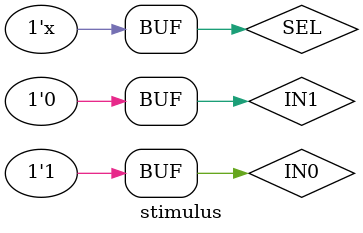
<source format=v>

module mux2_to_1(out, a, b, control);
output out;
input a, b, control;
tri out;
wire a, b, control;

//drives a when control = 0; z otherwise
bufif0  b1(out, a, control); 

//drives b when control = 1; z otherwise
bufif1 b2(out, b, control); 

endmodule

// Define the stimulus module (no ports)
module stimulus;

// Declare variables to be connected
// to inputs
reg IN0, IN1;
reg SEL;
 
// Declare output wire
wire OUTPUT;
 
// Instantiate the multiplexer
mux2_to_1 mymux(OUTPUT, IN0, IN1, SEL);
 
// Stimulate the inputs
initial
begin
        $monitor(" %d OUTPUT = %b IN0= %b, IN1= %b, SEL = %b\n", $time,
						OUTPUT, IN0,IN1,SEL);
        // set input lines
        IN0 = 1; IN1 = 0; 
 
        // choose IN0
	#10 SEL = 0;
 
        // choose IN1
        #10 SEL = 1;
 
        //  Set control to x
        #10 SEL = 1'bx;

        // Set control to z
        #10 SEL = 1'bz;
end
 
endmodule


</source>
